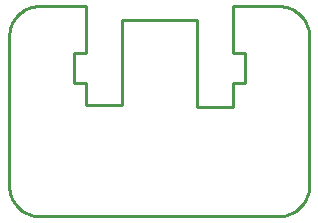
<source format=gbr>
G04 EAGLE Gerber RS-274X export*
G75*
%MOMM*%
%FSLAX34Y34*%
%LPD*%
%IN*%
%IPPOS*%
%AMOC8*
5,1,8,0,0,1.08239X$1,22.5*%
G01*
%ADD10C,0.254000*%


D10*
X-127000Y-100330D02*
X-126903Y-102544D01*
X-126614Y-104741D01*
X-126135Y-106904D01*
X-125468Y-109017D01*
X-124620Y-111065D01*
X-123597Y-113030D01*
X-122406Y-114899D01*
X-121058Y-116657D01*
X-119561Y-118291D01*
X-117927Y-119788D01*
X-116169Y-121136D01*
X-114300Y-122327D01*
X-112335Y-123350D01*
X-110287Y-124198D01*
X-108174Y-124865D01*
X-106011Y-125344D01*
X-103814Y-125633D01*
X-101600Y-125730D01*
X101600Y-125730D01*
X103814Y-125633D01*
X106011Y-125344D01*
X108174Y-124865D01*
X110287Y-124198D01*
X112335Y-123350D01*
X114300Y-122327D01*
X116169Y-121136D01*
X117927Y-119788D01*
X119561Y-118291D01*
X121058Y-116657D01*
X122406Y-114899D01*
X123597Y-113030D01*
X124620Y-111065D01*
X125468Y-109017D01*
X126135Y-106904D01*
X126614Y-104741D01*
X126903Y-102544D01*
X127000Y-100330D01*
X127000Y26670D01*
X126903Y28884D01*
X126614Y31081D01*
X126135Y33244D01*
X125468Y35357D01*
X124620Y37405D01*
X123597Y39370D01*
X122406Y41239D01*
X121058Y42997D01*
X119561Y44631D01*
X117927Y46128D01*
X116169Y47476D01*
X114300Y48667D01*
X112335Y49690D01*
X110287Y50538D01*
X108174Y51205D01*
X106011Y51684D01*
X103814Y51973D01*
X101600Y52070D01*
X62230Y52070D01*
X62230Y12700D01*
X72390Y12700D01*
X72390Y-12700D01*
X62230Y-12700D01*
X62230Y-33020D01*
X31750Y-33020D01*
X31750Y40640D01*
X-31750Y40640D01*
X-31750Y-31750D01*
X-62230Y-31750D01*
X-62230Y-12700D01*
X-72390Y-12700D01*
X-72390Y12700D01*
X-62230Y12700D01*
X-62230Y52070D01*
X-101600Y52070D01*
X-103814Y51973D01*
X-106011Y51684D01*
X-108174Y51205D01*
X-110287Y50538D01*
X-112335Y49690D01*
X-114300Y48667D01*
X-116169Y47476D01*
X-117927Y46128D01*
X-119561Y44631D01*
X-121058Y42997D01*
X-122406Y41239D01*
X-123597Y39370D01*
X-124620Y37405D01*
X-125468Y35357D01*
X-126135Y33244D01*
X-126614Y31081D01*
X-126903Y28884D01*
X-127000Y26670D01*
X-127000Y-100330D01*
M02*

</source>
